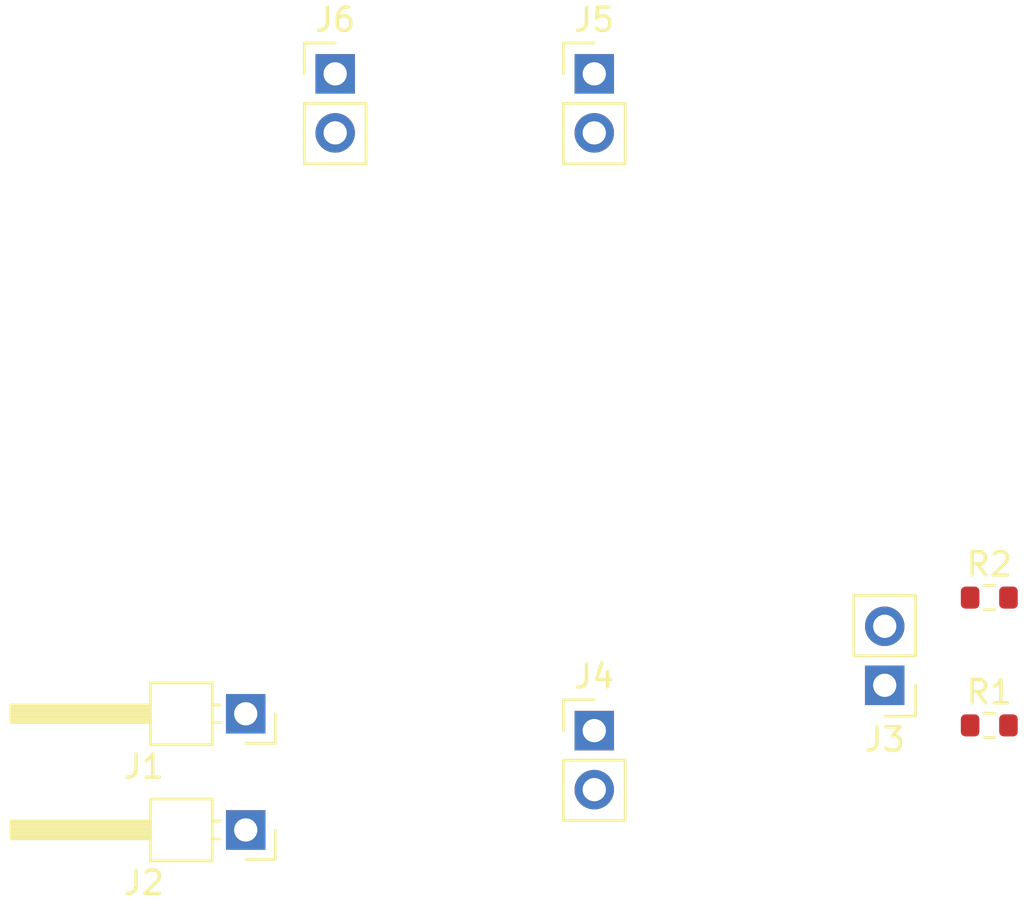
<source format=kicad_pcb>
(kicad_pcb (version 20240108) (generator "pcbnew") (generator_version "8.0")
  (layers (0 "F.Cu" signal) (31 "B.Cu" signal) (34 "B.Paste" user) (35 "F.Paste" user) (36 "B.SilkS" user "B.Silkscreen") (37 "F.SilkS" user "F.Silkscreen") (38 "B.Mask" user) (39 "F.Mask" user) (44 "Edge.Cuts" user))
  (net 0 "")
  (net 1 "Net-(J1-Pin_1)")
  (net 2 "Net-(J2-Pin_1)")
  (net 3 "GND")
  (net 4 "+3V3")
  (net 5 "/USB_M")
  (net 6 "/USB_P")
  (net 7 "/Daughter sheet/TOTO")
  (net 8 "/NAME_IN_TOPLEVEL")
  (footprint "Resistor_SMD:R_0603_1608Metric" (layer "F.Cu") (at 89.5 64.5)
    (property "Reference" "R1" (at 0 -1.43 0) (layer "F.SilkS"))
    (property "Value" "R")
    (fp_line (start -0.237258 -0.5225) (end 0.237258 -0.5225) (stroke (width 0.12)) (layer "F.SilkS"))
    (fp_line (start -0.237258 0.5225) (end 0.237258 0.5225) (stroke (width 0.12)) (layer "F.SilkS"))
    (pad "1" smd roundrect (at -0.825 0) (size 0.8 0.95) (layers "F.Cu" "F.Paste" "F.Mask") (net 2 "Net-(J2-Pin_1)"))
    (pad "2" smd roundrect (at 0.825 0) (size 0.8 0.95) (layers "F.Cu" "F.Paste" "F.Mask") (net 3 "GND"))
  )
  (footprint "Connector_PinHeader_2.54mm:PinHeader_1x01_P2.54mm_Horizontal" (layer "F.Cu") (at 57.5 64 180)
    (property "Reference" "J1" (at 4.385 -2.27 0) (layer "F.SilkS"))
    (property "Value" "Conn_01x01")
    (fp_line (start 10.1 0.38) (end 4.1 0.38) (stroke (width 0.12)) (layer "F.SilkS"))
    (fp_line (start 10.1 -0.38) (end 10.1 0.38) (stroke (width 0.12)) (layer "F.SilkS"))
    (fp_line (start 4.1 1.33) (end 4.1 -1.33) (stroke (width 0.12)) (layer "F.SilkS"))
    (fp_line (start 4.1 0.28) (end 10.1 0.28) (stroke (width 0.12)) (layer "F.SilkS"))
    (fp_line (start 4.1 0.16) (end 10.1 0.16) (stroke (width 0.12)) (layer "F.SilkS"))
    (fp_line (start 4.1 0.04) (end 10.1 0.04) (stroke (width 0.12)) (layer "F.SilkS"))
    (fp_line (start 4.1 -0.08) (end 10.1 -0.08) (stroke (width 0.12)) (layer "F.SilkS"))
    (fp_line (start 4.1 -0.2) (end 10.1 -0.2) (stroke (width 0.12)) (layer "F.SilkS"))
    (fp_line (start 4.1 -0.32) (end 10.1 -0.32) (stroke (width 0.12)) (layer "F.SilkS"))
    (fp_line (start 4.1 -0.38) (end 10.1 -0.38) (stroke (width 0.12)) (layer "F.SilkS"))
    (fp_line (start 4.1 -1.33) (end 1.44 -1.33) (stroke (width 0.12)) (layer "F.SilkS"))
    (fp_line (start 1.44 1.33) (end 4.1 1.33) (stroke (width 0.12)) (layer "F.SilkS"))
    (fp_line (start 1.44 -1.33) (end 1.44 1.33) (stroke (width 0.12)) (layer "F.SilkS"))
    (fp_line (start 1.11 0.38) (end 1.44 0.38) (stroke (width 0.12)) (layer "F.SilkS"))
    (fp_line (start 1.11 -0.38) (end 1.44 -0.38) (stroke (width 0.12)) (layer "F.SilkS"))
    (fp_line (start -1.27 0) (end -1.27 -1.27) (stroke (width 0.12)) (layer "F.SilkS"))
    (fp_line (start -1.27 -1.27) (end 0 -1.27) (stroke (width 0.12)) (layer "F.SilkS"))
    (pad "1" thru_hole rect (at 0 0 180) (size 1.7 1.7) (drill 1) (layers "*.Cu" "*.Mask" "In1.Cu" "In2.Cu" "In3.Cu" "In4.Cu" "In5.Cu" "In6.Cu" "In7.Cu" "In8.Cu" "In9.Cu" "In10.Cu" "In11.Cu" "In12.Cu" "In13.Cu" "In14.Cu" "In15.Cu" "In16.Cu" "In17.Cu" "In18.Cu" "In19.Cu" "In20.Cu" "In21.Cu" "In22.Cu" "In23.Cu" "In24.Cu" "In25.Cu" "In26.Cu" "In27.Cu" "In28.Cu" "In29.Cu" "In30.Cu") (net 5 "/USB_M"))
  )
  (footprint "Connector_PinHeader_2.54mm:PinHeader_1x02_P2.54mm_Vertical" (layer "F.Cu") (at 85 62.775 180)
    (property "Reference" "J3" (at 0 -2.33 0) (layer "F.SilkS"))
    (property "Value" "Conn_01x02")
    (fp_line (start 1.33 1.27) (end 1.33 3.87) (stroke (width 0.12)) (layer "F.SilkS"))
    (fp_line (start -1.33 3.87) (end 1.33 3.87) (stroke (width 0.12)) (layer "F.SilkS"))
    (fp_line (start -1.33 1.27) (end 1.33 1.27) (stroke (width 0.12)) (layer "F.SilkS"))
    (fp_line (start -1.33 1.27) (end -1.33 3.87) (stroke (width 0.12)) (layer "F.SilkS"))
    (fp_line (start -1.33 0) (end -1.33 -1.33) (stroke (width 0.12)) (layer "F.SilkS"))
    (fp_line (start -1.33 -1.33) (end 0 -1.33) (stroke (width 0.12)) (layer "F.SilkS"))
    (pad "1" thru_hole rect (at 0 0 180) (size 1.7 1.7) (drill 1) (layers "*.Cu" "*.Mask" "In1.Cu" "In2.Cu" "In3.Cu" "In4.Cu" "In5.Cu" "In6.Cu" "In7.Cu" "In8.Cu" "In9.Cu" "In10.Cu" "In11.Cu" "In12.Cu" "In13.Cu" "In14.Cu" "In15.Cu" "In16.Cu" "In17.Cu" "In18.Cu" "In19.Cu" "In20.Cu" "In21.Cu" "In22.Cu" "In23.Cu" "In24.Cu" "In25.Cu" "In26.Cu" "In27.Cu" "In28.Cu" "In29.Cu" "In30.Cu") (net 3 "GND"))
    (pad "2" thru_hole oval (at 0 2.54 180) (size 1.7 1.7) (drill 1) (layers "*.Cu" "*.Mask" "In1.Cu" "In2.Cu" "In3.Cu" "In4.Cu" "In5.Cu" "In6.Cu" "In7.Cu" "In8.Cu" "In9.Cu" "In10.Cu" "In11.Cu" "In12.Cu" "In13.Cu" "In14.Cu" "In15.Cu" "In16.Cu" "In17.Cu" "In18.Cu" "In19.Cu" "In20.Cu" "In21.Cu" "In22.Cu" "In23.Cu" "In24.Cu" "In25.Cu" "In26.Cu" "In27.Cu" "In28.Cu" "In29.Cu" "In30.Cu") (net 4 "+3V3"))
  )
  (footprint "Connector_PinHeader_2.54mm:PinHeader_1x02_P2.54mm_Vertical" (layer "F.Cu") (at 72.5 64.725)
    (property "Reference" "J4" (at 0 -2.33 0) (layer "F.SilkS"))
    (property "Value" "Conn_01x02")
    (fp_line (start -1.33 -1.33) (end 0 -1.33) (stroke (width 0.12)) (layer "F.SilkS"))
    (fp_line (start -1.33 0) (end -1.33 -1.33) (stroke (width 0.12)) (layer "F.SilkS"))
    (fp_line (start -1.33 1.27) (end -1.33 3.87) (stroke (width 0.12)) (layer "F.SilkS"))
    (fp_line (start -1.33 1.27) (end 1.33 1.27) (stroke (width 0.12)) (layer "F.SilkS"))
    (fp_line (start -1.33 3.87) (end 1.33 3.87) (stroke (width 0.12)) (layer "F.SilkS"))
    (fp_line (start 1.33 1.27) (end 1.33 3.87) (stroke (width 0.12)) (layer "F.SilkS"))
    (pad "1" thru_hole rect (at 0 0) (size 1.7 1.7) (drill 1) (layers "*.Cu" "*.Mask" "In1.Cu" "In2.Cu" "In3.Cu" "In4.Cu" "In5.Cu" "In6.Cu" "In7.Cu" "In8.Cu" "In9.Cu" "In10.Cu" "In11.Cu" "In12.Cu" "In13.Cu" "In14.Cu" "In15.Cu" "In16.Cu" "In17.Cu" "In18.Cu" "In19.Cu" "In20.Cu" "In21.Cu" "In22.Cu" "In23.Cu" "In24.Cu" "In25.Cu" "In26.Cu" "In27.Cu" "In28.Cu" "In29.Cu" "In30.Cu") (net 5 "/USB_M"))
    (pad "2" thru_hole oval (at 0 2.54) (size 1.7 1.7) (drill 1) (layers "*.Cu" "*.Mask" "In1.Cu" "In2.Cu" "In3.Cu" "In4.Cu" "In5.Cu" "In6.Cu" "In7.Cu" "In8.Cu" "In9.Cu" "In10.Cu" "In11.Cu" "In12.Cu" "In13.Cu" "In14.Cu" "In15.Cu" "In16.Cu" "In17.Cu" "In18.Cu" "In19.Cu" "In20.Cu" "In21.Cu" "In22.Cu" "In23.Cu" "In24.Cu" "In25.Cu" "In26.Cu" "In27.Cu" "In28.Cu" "In29.Cu" "In30.Cu") (net 6 "/USB_P"))
  )
  (footprint "Resistor_SMD:R_0603_1608Metric" (layer "F.Cu") (at 89.5 59)
    (property "Reference" "R2" (at 0 -1.43 0) (layer "F.SilkS"))
    (property "Value" "R")
    (fp_line (start -0.237258 -0.5225) (end 0.237258 -0.5225) (stroke (width 0.12)) (layer "F.SilkS"))
    (fp_line (start -0.237258 0.5225) (end 0.237258 0.5225) (stroke (width 0.12)) (layer "F.SilkS"))
    (pad "1" smd roundrect (at -0.825 0) (size 0.8 0.95) (layers "F.Cu" "F.Paste" "F.Mask") (net 4 "+3V3"))
    (pad "2" smd roundrect (at 0.825 0) (size 0.8 0.95) (layers "F.Cu" "F.Paste" "F.Mask") (net 1 "Net-(J1-Pin_1)"))
  )
  (footprint "Connector_PinHeader_2.54mm:PinHeader_1x02_P2.54mm_Vertical" (layer "F.Cu") (at 72.5 36.46)
    (property "Reference" "J5" (at 0 -2.33 0) (layer "F.SilkS"))
    (property "Value" "Conn_01x02")
    (fp_line (start -1.33 -1.33) (end 0 -1.33) (stroke (width 0.12)) (layer "F.SilkS"))
    (fp_line (start -1.33 0) (end -1.33 -1.33) (stroke (width 0.12)) (layer "F.SilkS"))
    (fp_line (start -1.33 1.27) (end -1.33 3.87) (stroke (width 0.12)) (layer "F.SilkS"))
    (fp_line (start -1.33 1.27) (end 1.33 1.27) (stroke (width 0.12)) (layer "F.SilkS"))
    (fp_line (start -1.33 3.87) (end 1.33 3.87) (stroke (width 0.12)) (layer "F.SilkS"))
    (fp_line (start 1.33 1.27) (end 1.33 3.87) (stroke (width 0.12)) (layer "F.SilkS"))
    (pad "1" thru_hole rect (at 0 0) (size 1.7 1.7) (drill 1) (layers "*.Cu" "*.Mask" "In1.Cu" "In2.Cu" "In3.Cu" "In4.Cu" "In5.Cu" "In6.Cu" "In7.Cu" "In8.Cu" "In9.Cu" "In10.Cu" "In11.Cu" "In12.Cu" "In13.Cu" "In14.Cu" "In15.Cu" "In16.Cu" "In17.Cu" "In18.Cu" "In19.Cu" "In20.Cu" "In21.Cu" "In22.Cu" "In23.Cu" "In24.Cu" "In25.Cu" "In26.Cu" "In27.Cu" "In28.Cu" "In29.Cu" "In30.Cu") (net 7 "/Daughter sheet/TOTO"))
    (pad "2" thru_hole oval (at 0 2.54) (size 1.7 1.7) (drill 1) (layers "*.Cu" "*.Mask" "In1.Cu" "In2.Cu" "In3.Cu" "In4.Cu" "In5.Cu" "In6.Cu" "In7.Cu" "In8.Cu" "In9.Cu" "In10.Cu" "In11.Cu" "In12.Cu" "In13.Cu" "In14.Cu" "In15.Cu" "In16.Cu" "In17.Cu" "In18.Cu" "In19.Cu" "In20.Cu" "In21.Cu" "In22.Cu" "In23.Cu" "In24.Cu" "In25.Cu" "In26.Cu" "In27.Cu" "In28.Cu" "In29.Cu" "In30.Cu") (net 8 "/NAME_IN_TOPLEVEL"))
  )
  (footprint "Connector_PinHeader_2.54mm:PinHeader_1x02_P2.54mm_Vertical" (layer "F.Cu") (at 61.35 36.46)
    (property "Reference" "J6" (at 0 -2.33 0) (layer "F.SilkS"))
    (property "Value" "Conn_01x02")
    (fp_line (start -1.33 -1.33) (end 0 -1.33) (stroke (width 0.12)) (layer "F.SilkS"))
    (fp_line (start -1.33 0) (end -1.33 -1.33) (stroke (width 0.12)) (layer "F.SilkS"))
    (fp_line (start -1.33 1.27) (end -1.33 3.87) (stroke (width 0.12)) (layer "F.SilkS"))
    (fp_line (start -1.33 1.27) (end 1.33 1.27) (stroke (width 0.12)) (layer "F.SilkS"))
    (fp_line (start -1.33 3.87) (end 1.33 3.87) (stroke (width 0.12)) (layer "F.SilkS"))
    (fp_line (start 1.33 1.27) (end 1.33 3.87) (stroke (width 0.12)) (layer "F.SilkS"))
    (pad "1" thru_hole rect (at 0 0) (size 1.7 1.7) (drill 1) (layers "*.Cu" "*.Mask" "In1.Cu" "In2.Cu" "In3.Cu" "In4.Cu" "In5.Cu" "In6.Cu" "In7.Cu" "In8.Cu" "In9.Cu" "In10.Cu" "In11.Cu" "In12.Cu" "In13.Cu" "In14.Cu" "In15.Cu" "In16.Cu" "In17.Cu" "In18.Cu" "In19.Cu" "In20.Cu" "In21.Cu" "In22.Cu" "In23.Cu" "In24.Cu" "In25.Cu" "In26.Cu" "In27.Cu" "In28.Cu" "In29.Cu" "In30.Cu") (net 7 "/Daughter sheet/TOTO"))
    (pad "2" thru_hole oval (at 0 2.54) (size 1.7 1.7) (drill 1) (layers "*.Cu" "*.Mask" "In1.Cu" "In2.Cu" "In3.Cu" "In4.Cu" "In5.Cu" "In6.Cu" "In7.Cu" "In8.Cu" "In9.Cu" "In10.Cu" "In11.Cu" "In12.Cu" "In13.Cu" "In14.Cu" "In15.Cu" "In16.Cu" "In17.Cu" "In18.Cu" "In19.Cu" "In20.Cu" "In21.Cu" "In22.Cu" "In23.Cu" "In24.Cu" "In25.Cu" "In26.Cu" "In27.Cu" "In28.Cu" "In29.Cu" "In30.Cu") (net 8 "/NAME_IN_TOPLEVEL"))
  )
  (footprint "Connector_PinHeader_2.54mm:PinHeader_1x01_P2.54mm_Horizontal" (layer "F.Cu") (at 57.5 69 180)
    (property "Reference" "J2" (at 4.385 -2.27 0) (layer "F.SilkS"))
    (property "Value" "Conn_01x01")
    (fp_line (start 10.1 0.38) (end 4.1 0.38) (stroke (width 0.12)) (layer "F.SilkS"))
    (fp_line (start 10.1 -0.38) (end 10.1 0.38) (stroke (width 0.12)) (layer "F.SilkS"))
    (fp_line (start 4.1 1.33) (end 4.1 -1.33) (stroke (width 0.12)) (layer "F.SilkS"))
    (fp_line (start 4.1 0.28) (end 10.1 0.28) (stroke (width 0.12)) (layer "F.SilkS"))
    (fp_line (start 4.1 0.16) (end 10.1 0.16) (stroke (width 0.12)) (layer "F.SilkS"))
    (fp_line (start 4.1 0.04) (end 10.1 0.04) (stroke (width 0.12)) (layer "F.SilkS"))
    (fp_line (start 4.1 -0.08) (end 10.1 -0.08) (stroke (width 0.12)) (layer "F.SilkS"))
    (fp_line (start 4.1 -0.2) (end 10.1 -0.2) (stroke (width 0.12)) (layer "F.SilkS"))
    (fp_line (start 4.1 -0.32) (end 10.1 -0.32) (stroke (width 0.12)) (layer "F.SilkS"))
    (fp_line (start 4.1 -0.38) (end 10.1 -0.38) (stroke (width 0.12)) (layer "F.SilkS"))
    (fp_line (start 4.1 -1.33) (end 1.44 -1.33) (stroke (width 0.12)) (layer "F.SilkS"))
    (fp_line (start 1.44 1.33) (end 4.1 1.33) (stroke (width 0.12)) (layer "F.SilkS"))
    (fp_line (start 1.44 -1.33) (end 1.44 1.33) (stroke (width 0.12)) (layer "F.SilkS"))
    (fp_line (start 1.11 0.38) (end 1.44 0.38) (stroke (width 0.12)) (layer "F.SilkS"))
    (fp_line (start 1.11 -0.38) (end 1.44 -0.38) (stroke (width 0.12)) (layer "F.SilkS"))
    (fp_line (start -1.27 0) (end -1.27 -1.27) (stroke (width 0.12)) (layer "F.SilkS"))
    (fp_line (start -1.27 -1.27) (end 0 -1.27) (stroke (width 0.12)) (layer "F.SilkS"))
    (pad "1" thru_hole rect (at 0 0 180) (size 1.7 1.7) (drill 1) (layers "*.Cu" "*.Mask" "In1.Cu" "In2.Cu" "In3.Cu" "In4.Cu" "In5.Cu" "In6.Cu" "In7.Cu" "In8.Cu" "In9.Cu" "In10.Cu" "In11.Cu" "In12.Cu" "In13.Cu" "In14.Cu" "In15.Cu" "In16.Cu" "In17.Cu" "In18.Cu" "In19.Cu" "In20.Cu" "In21.Cu" "In22.Cu" "In23.Cu" "In24.Cu" "In25.Cu" "In26.Cu" "In27.Cu" "In28.Cu" "In29.Cu" "In30.Cu") (net 6 "/USB_P"))
  )
)
</source>
